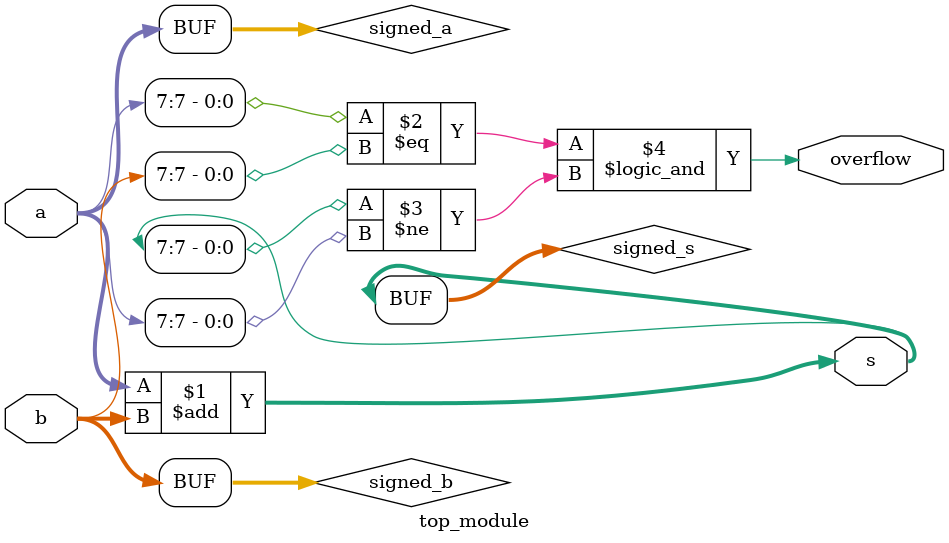
<source format=sv>
module top_module (
    input [7:0] a,
    input [7:0] b,
    output [7:0] s,
    output overflow
);

    wire signed [7:0] signed_a = a;
    wire signed [7:0] signed_b = b;
    wire signed [7:0] signed_s;

    assign signed_s = signed_a + signed_b;
    assign s = signed_s;

    // Detect signed overflow
    assign overflow = ((a[7] == b[7]) && (s[7] != a[7]));

endmodule

</source>
